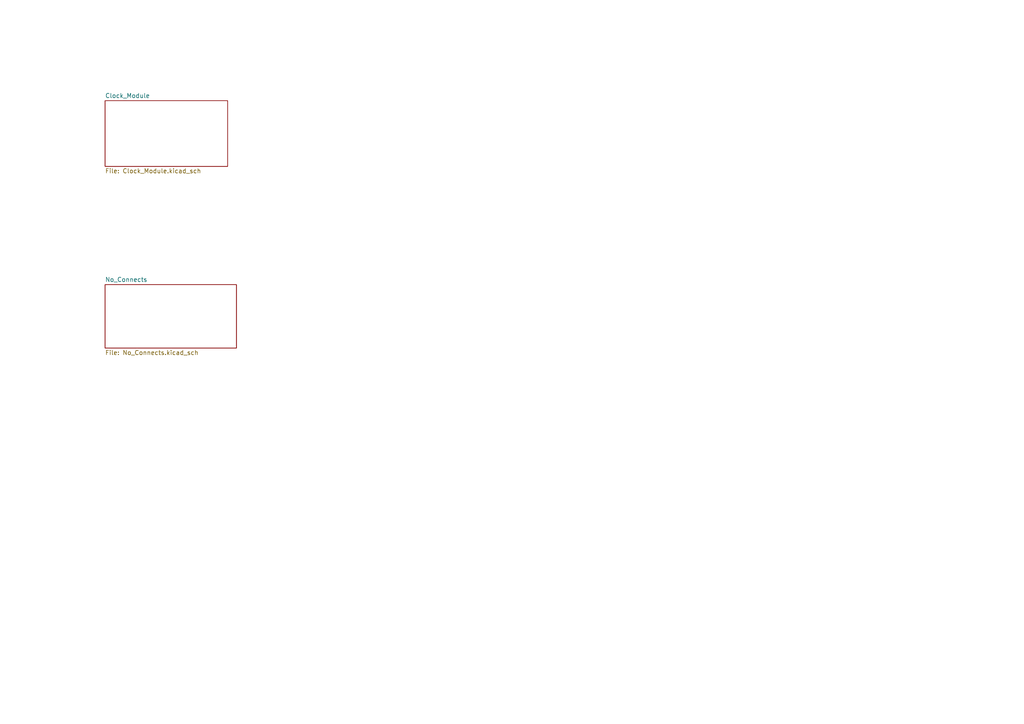
<source format=kicad_sch>
(kicad_sch
	(version 20231120)
	(generator "eeschema")
	(generator_version "8.0")
	(uuid "e63e39d7-6ac0-4ffd-8aa3-1841a4541b55")
	(paper "A4")
	(lib_symbols)
	(sheet
		(at 30.48 29.21)
		(size 35.56 19.05)
		(fields_autoplaced yes)
		(stroke
			(width 0.1524)
			(type solid)
		)
		(fill
			(color 0 0 0 0.0000)
		)
		(uuid "7f1b9d87-3d1d-4a5d-8055-cfab36c6883b")
		(property "Sheetname" "Clock_Module"
			(at 30.48 28.4984 0)
			(effects
				(font
					(size 1.27 1.27)
				)
				(justify left bottom)
			)
		)
		(property "Sheetfile" "Clock_Module.kicad_sch"
			(at 30.48 48.8446 0)
			(effects
				(font
					(size 1.27 1.27)
				)
				(justify left top)
			)
		)
		(instances
			(project "SAP-U_Project"
				(path "/e63e39d7-6ac0-4ffd-8aa3-1841a4541b55"
					(page "2")
				)
			)
		)
	)
	(sheet
		(at 30.48 82.55)
		(size 38.1 18.415)
		(fields_autoplaced yes)
		(stroke
			(width 0.1524)
			(type solid)
		)
		(fill
			(color 0 0 0 0.0000)
		)
		(uuid "b00d8b81-9619-4105-b121-c6902d8eff94")
		(property "Sheetname" "No_Connects"
			(at 30.48 81.8384 0)
			(effects
				(font
					(size 1.27 1.27)
				)
				(justify left bottom)
			)
		)
		(property "Sheetfile" "No_Connects.kicad_sch"
			(at 30.48 101.5496 0)
			(effects
				(font
					(size 1.27 1.27)
				)
				(justify left top)
			)
		)
		(instances
			(project "SAP-U_Project"
				(path "/e63e39d7-6ac0-4ffd-8aa3-1841a4541b55"
					(page "0")
				)
			)
		)
	)
	(sheet_instances
		(path "/"
			(page "1")
		)
	)
)

</source>
